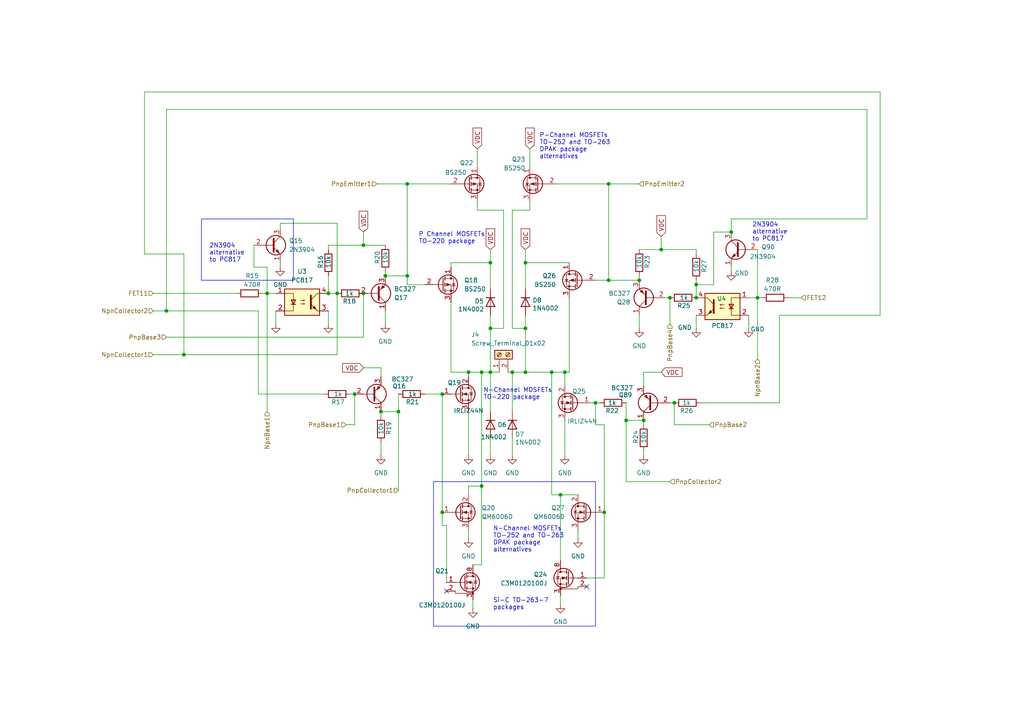
<source format=kicad_sch>
(kicad_sch (version 20250114) (generator "eeschema") (generator_version "9.0")
  (paper "A4")
  (lib_symbols
    (symbol "Connector:Screw_Terminal_01x02" (pin_names (offset 1.016) (hide yes))
      (property "Reference" "J" (at 0 2.54 0))
      (property "Value" "Screw_Terminal_01x02" (at 0 -5.08 0))
      (symbol "Screw_Terminal_01x02_1_1"
        (rectangle (start -1.27 1.27) (end 1.27 -3.81) (stroke (width 0.254)) (fill (type background)))
        (polyline (pts (xy -0.5334 0.3302) (xy 0.3302 -0.508)) (stroke (width 0.1524)))
        (polyline (pts (xy -0.5334 -2.2098) (xy 0.3302 -3.048)) (stroke (width 0.1524)))
        (polyline (pts (xy -0.3556 0.508) (xy 0.508 -0.3302)) (stroke (width 0.1524)))
        (polyline (pts (xy -0.3556 -2.032) (xy 0.508 -2.8702)) (stroke (width 0.1524)))
        (circle (center 0 0) (radius 0.635) (stroke (width 0.1524)))
        (circle (center 0 -2.54) (radius 0.635) (stroke (width 0.1524)))
        (pin passive line (at -5.08 0 0) (length 3.81) (name "Pin_1") (number "1"))
        (pin passive line (at -5.08 -2.54 0) (length 3.81) (name "Pin_2") (number "2"))
      )
    )
    (symbol "Device:R" (pin_numbers (hide yes)) (pin_names (offset 0))
      (property "Reference" "R" (at 2.032 0 90))
      (property "Value" "R" (at 0 0 90))
      (symbol "R_0_1"
        (rectangle (start -1.016 -2.54) (end 1.016 2.54) (stroke (width 0.254)))
      )
      (symbol "R_1_1"
        (pin passive line (at 0 3.81 270) (length 1.27) (name "~") (number "1"))
        (pin passive line (at 0 -3.81 90) (length 1.27) (name "~") (number "2"))
      )
    )
    (symbol "Diode:1N4002" (pin_numbers (hide yes)) (pin_names (hide yes))
      (property "Reference" "D" (at 0 2.54 0))
      (property "Value" "1N4002" (at 0 -2.54 0))
      (symbol "1N4002_0_1"
        (polyline (pts (xy -1.27 1.27) (xy -1.27 -1.27)) (stroke (width 0.254)))
        (polyline (pts (xy 1.27 1.27) (xy 1.27 -1.27) (xy -1.27 0) (xy 1.27 1.27)) (stroke (width 0.254)))
        (polyline (pts (xy 1.27 0) (xy -1.27 0)))
      )
      (symbol "1N4002_1_1"
        (pin passive line (at -3.81 0 0) (length 2.54) (name "K") (number "1"))
        (pin passive line (at 3.81 0 180) (length 2.54) (name "A") (number "2"))
      )
    )
    (symbol "Isolator:PC817" (pin_names (offset 1.016))
      (property "Reference" "U" (at -5.08 5.08 0))
      (property "Value" "PC817" (at 0 5.08 0))
      (symbol "PC817_0_1"
        (rectangle (start -5.08 3.81) (end 5.08 -3.81) (stroke (width 0.254)) (fill (type background)))
        (polyline (pts (xy -5.08 2.54) (xy -2.54 2.54) (xy -2.54 -0.635)))
        (polyline (pts (xy -3.175 -0.635) (xy -1.905 -0.635)) (stroke (width 0.254)))
        (polyline (pts (xy -2.54 -0.635) (xy -2.54 -2.54) (xy -5.08 -2.54)))
        (polyline (pts (xy -2.54 -0.635) (xy -3.175 0.635) (xy -1.905 0.635) (xy -2.54 -0.635)) (stroke (width 0.254)))
        (polyline (pts (xy -0.508 0.508) (xy 0.762 0.508) (xy 0.381 0.381) (xy 0.381 0.635) (xy 0.762 0.508)))
        (polyline (pts (xy -0.508 -0.508) (xy 0.762 -0.508) (xy 0.381 -0.635) (xy 0.381 -0.381) (xy 0.762 -0.508)))
        (polyline (pts (xy 2.54 1.905) (xy 2.54 -1.905) (xy 2.54 -1.905)) (stroke (width 0.508)))
        (polyline (pts (xy 2.54 0.635) (xy 4.445 2.54)))
        (polyline (pts (xy 3.048 -1.651) (xy 3.556 -1.143) (xy 4.064 -2.159) (xy 3.048 -1.651) (xy 3.048 -1.651)) (fill (type outline)))
        (polyline (pts (xy 4.445 2.54) (xy 5.08 2.54)))
        (polyline (pts (xy 4.445 -2.54) (xy 2.54 -0.635)) (fill (type outline)))
        (polyline (pts (xy 4.445 -2.54) (xy 5.08 -2.54)))
      )
      (symbol "PC817_1_1"
        (pin passive line (at -7.62 2.54 0) (length 2.54) (name "~") (number "1"))
        (pin passive line (at -7.62 -2.54 0) (length 2.54) (name "~") (number "2"))
        (pin passive line (at 7.62 2.54 180) (length 2.54) (name "~") (number "4"))
        (pin passive line (at 7.62 -2.54 180) (length 2.54) (name "~") (number "3"))
      )
    )
    (symbol "Transistor_BJT:2N3904" (pin_names (offset 0) (hide yes))
      (property "Reference" "Q" (at 5.08 1.905 0))
      (property "Value" "2N3904" (at 5.08 0 0))
      (symbol "2N3904_0_1"
        (polyline (pts (xy -2.54 0) (xy 0.635 0)))
        (polyline (pts (xy 0.635 1.905) (xy 0.635 -1.905)) (stroke (width 0.508)))
        (circle (center 1.27 0) (radius 2.8194) (stroke (width 0.254)))
      )
      (symbol "2N3904_1_1"
        (polyline (pts (xy 0.635 0.635) (xy 2.54 2.54)))
        (polyline (pts (xy 0.635 -0.635) (xy 2.54 -2.54)))
        (polyline (pts (xy 1.27 -1.778) (xy 1.778 -1.27) (xy 2.286 -2.286) (xy 1.27 -1.778)) (fill (type outline)))
        (pin input line (at -5.08 0 0) (length 2.54) (name "B") (number "2"))
        (pin passive line (at 2.54 5.08 270) (length 2.54) (name "C") (number "3"))
        (pin passive line (at 2.54 -5.08 90) (length 2.54) (name "E") (number "1"))
      )
    )
    (symbol "Transistor_BJT:BC327" (pin_names (offset 0) (hide yes))
      (property "Reference" "Q" (at 5.08 1.905 0))
      (property "Value" "BC327" (at 5.08 0 0))
      (symbol "BC327_0_1"
        (polyline (pts (xy -2.54 0) (xy 0.635 0)))
        (polyline (pts (xy 0.635 1.905) (xy 0.635 -1.905)) (stroke (width 0.508)))
        (polyline (pts (xy 0.635 0.635) (xy 2.54 2.54)))
        (polyline (pts (xy 0.635 -0.635) (xy 2.54 -2.54)))
        (circle (center 1.27 0) (radius 2.8194) (stroke (width 0.254)))
        (polyline (pts (xy 2.286 -1.778) (xy 1.778 -2.286) (xy 1.27 -1.27) (xy 2.286 -1.778)) (fill (type outline)))
      )
      (symbol "BC327_1_1"
        (pin input line (at -5.08 0 0) (length 2.54) (name "B") (number "2"))
        (pin passive line (at 2.54 5.08 270) (length 2.54) (name "C") (number "1"))
        (pin passive line (at 2.54 -5.08 90) (length 2.54) (name "E") (number "3"))
      )
    )
    (symbol "Transistor_FET:BS250" (pin_names (hide yes))
      (property "Reference" "Q" (at 5.08 1.905 0))
      (property "Value" "BS250" (at 5.08 0 0))
      (symbol "BS250_0_1"
        (polyline (pts (xy 0.254 1.905) (xy 0.254 -1.905)) (stroke (width 0.254)))
        (polyline (pts (xy 0.254 0) (xy -2.54 0)))
        (polyline (pts (xy 0.762 2.286) (xy 0.762 1.27)) (stroke (width 0.254)))
        (polyline (pts (xy 0.762 1.778) (xy 3.302 1.778) (xy 3.302 -1.778) (xy 0.762 -1.778)))
        (polyline (pts (xy 0.762 0.508) (xy 0.762 -0.508)) (stroke (width 0.254)))
        (polyline (pts (xy 0.762 -1.27) (xy 0.762 -2.286)) (stroke (width 0.254)))
        (circle (center 1.651 0) (radius 2.794) (stroke (width 0.254)))
        (polyline (pts (xy 2.286 0) (xy 1.27 0.381) (xy 1.27 -0.381) (xy 2.286 0)) (fill (type outline)))
        (polyline (pts (xy 2.54 2.54) (xy 2.54 1.778)))
        (circle (center 2.54 1.778) (radius 0.254) (fill (type outline)))
        (circle (center 2.54 -1.778) (radius 0.254) (fill (type outline)))
        (polyline (pts (xy 2.54 -2.54) (xy 2.54 0) (xy 0.762 0)))
        (polyline (pts (xy 2.794 -0.508) (xy 2.921 -0.381) (xy 3.683 -0.381) (xy 3.81 -0.254)))
        (polyline (pts (xy 3.302 -0.381) (xy 2.921 0.254) (xy 3.683 0.254) (xy 3.302 -0.381)))
      )
      (symbol "BS250_1_1"
        (pin input line (at -5.08 0 0) (length 2.54) (name "G") (number "2"))
        (pin passive line (at 2.54 5.08 270) (length 2.54) (name "D") (number "1"))
        (pin passive line (at 2.54 -5.08 90) (length 2.54) (name "S") (number "3"))
      )
    )
    (symbol "Transistor_FET:C3M0120100J" (pin_names (hide yes))
      (property "Reference" "Q" (at 5.08 1.905 0))
      (property "Value" "C3M0120100J" (at 5.08 0 0))
      (symbol "C3M0120100J_0_1"
        (polyline (pts (xy -2.54 -2.54) (xy -2.54 -3.175) (xy 2.54 -3.175)))
        (polyline (pts (xy 0.254 1.905) (xy 0.254 -1.905)) (stroke (width 0.254)))
        (polyline (pts (xy 0.254 0) (xy -2.54 0)))
        (polyline (pts (xy 0.762 2.286) (xy 0.762 1.27)) (stroke (width 0.254)))
        (polyline (pts (xy 0.762 0.508) (xy 0.762 -0.508)) (stroke (width 0.254)))
        (polyline (pts (xy 0.762 -1.27) (xy 0.762 -2.286)) (stroke (width 0.254)))
        (polyline (pts (xy 0.762 -1.778) (xy 3.302 -1.778) (xy 3.302 1.778) (xy 0.762 1.778)))
        (polyline (pts (xy 1.016 0) (xy 2.032 0.381) (xy 2.032 -0.381) (xy 1.016 0)) (fill (type outline)))
        (circle (center 1.651 0) (radius 2.794) (stroke (width 0.254)))
        (polyline (pts (xy 2.54 2.54) (xy 2.54 1.778)))
        (circle (center 2.54 1.778) (radius 0.254) (fill (type outline)))
        (circle (center 2.54 -1.778) (radius 0.254) (fill (type outline)))
        (polyline (pts (xy 2.54 -2.54) (xy 2.54 0) (xy 0.762 0)))
        (circle (center 2.54 -3.175) (radius 0.2794) (fill (type outline)))
        (polyline (pts (xy 2.794 0.508) (xy 2.921 0.381) (xy 3.683 0.381) (xy 3.81 0.254)))
        (polyline (pts (xy 3.302 0.381) (xy 2.921 -0.254) (xy 3.683 -0.254) (xy 3.302 0.381)))
      )
      (symbol "C3M0120100J_1_1"
        (pin input line (at -5.08 0 0) (length 2.54) (name "G") (number "1"))
        (pin passive line (at -5.08 -2.54 0) (length 2.54) (name "DS") (number "2"))
        (pin passive line (at 2.54 5.08 270) (length 2.54) (name "D") (number "8"))
        (pin passive line (at 2.54 -5.08 90) (length 2.54) (name "S") (number "3"))
        (pin passive line (at 2.54 -5.08 90) (length 2.54) (hide yes) (name "S") (number "4"))
        (pin passive line (at 2.54 -5.08 90) (length 2.54) (hide yes) (name "S") (number "5"))
        (pin passive line (at 2.54 -5.08 90) (length 2.54) (hide yes) (name "S") (number "6"))
        (pin passive line (at 2.54 -5.08 90) (length 2.54) (hide yes) (name "S") (number "7"))
      )
    )
    (symbol "Transistor_FET:IRLIZ44N" (pin_names (hide yes))
      (property "Reference" "Q" (at 5.08 1.905 0))
      (property "Value" "IRLIZ44N" (at 5.08 0 0))
      (symbol "IRLIZ44N_0_1"
        (polyline (pts (xy 0.254 1.905) (xy 0.254 -1.905)) (stroke (width 0.254)))
        (polyline (pts (xy 0.254 0) (xy -2.54 0)))
        (polyline (pts (xy 0.762 2.286) (xy 0.762 1.27)) (stroke (width 0.254)))
        (polyline (pts (xy 0.762 0.508) (xy 0.762 -0.508)) (stroke (width 0.254)))
        (polyline (pts (xy 0.762 -1.27) (xy 0.762 -2.286)) (stroke (width 0.254)))
        (polyline (pts (xy 0.762 -1.778) (xy 3.302 -1.778) (xy 3.302 1.778) (xy 0.762 1.778)))
        (polyline (pts (xy 1.016 0) (xy 2.032 0.381) (xy 2.032 -0.381) (xy 1.016 0)) (fill (type outline)))
        (circle (center 1.651 0) (radius 2.794) (stroke (width 0.254)))
        (polyline (pts (xy 2.54 2.54) (xy 2.54 1.778)))
        (circle (center 2.54 1.778) (radius 0.254) (fill (type outline)))
        (circle (center 2.54 -1.778) (radius 0.254) (fill (type outline)))
        (polyline (pts (xy 2.54 -2.54) (xy 2.54 0) (xy 0.762 0)))
        (polyline (pts (xy 2.794 0.508) (xy 2.921 0.381) (xy 3.683 0.381) (xy 3.81 0.254)))
        (polyline (pts (xy 3.302 0.381) (xy 2.921 -0.254) (xy 3.683 -0.254) (xy 3.302 0.381)))
      )
      (symbol "IRLIZ44N_1_1"
        (pin input line (at -5.08 0 0) (length 2.54) (name "G") (number "1"))
        (pin passive line (at 2.54 5.08 270) (length 2.54) (name "D") (number "2"))
        (pin passive line (at 2.54 -5.08 90) (length 2.54) (name "S") (number "3"))
      )
    )
    (symbol "Transistor_FET:QM6006D" (pin_names (hide yes))
      (property "Reference" "Q" (at 5.08 1.905 0))
      (property "Value" "QM6006D" (at 5.08 0 0))
      (symbol "QM6006D_0_1"
        (polyline (pts (xy 0.254 1.905) (xy 0.254 -1.905)) (stroke (width 0.254)))
        (polyline (pts (xy 0.254 0) (xy -2.54 0)))
        (polyline (pts (xy 0.762 2.286) (xy 0.762 1.27)) (stroke (width 0.254)))
        (polyline (pts (xy 0.762 0.508) (xy 0.762 -0.508)) (stroke (width 0.254)))
        (polyline (pts (xy 0.762 -1.27) (xy 0.762 -2.286)) (stroke (width 0.254)))
        (polyline (pts (xy 0.762 -1.778) (xy 3.302 -1.778) (xy 3.302 1.778) (xy 0.762 1.778)))
        (polyline (pts (xy 1.016 0) (xy 2.032 0.381) (xy 2.032 -0.381) (xy 1.016 0)) (fill (type outline)))
        (circle (center 1.651 0) (radius 2.794) (stroke (width 0.254)))
        (polyline (pts (xy 2.54 2.54) (xy 2.54 1.778)))
        (circle (center 2.54 1.778) (radius 0.254) (fill (type outline)))
        (circle (center 2.54 -1.778) (radius 0.254) (fill (type outline)))
        (polyline (pts (xy 2.54 -2.54) (xy 2.54 0) (xy 0.762 0)))
        (polyline (pts (xy 2.794 0.508) (xy 2.921 0.381) (xy 3.683 0.381) (xy 3.81 0.254)))
        (polyline (pts (xy 3.302 0.381) (xy 2.921 -0.254) (xy 3.683 -0.254) (xy 3.302 0.381)))
      )
      (symbol "QM6006D_1_1"
        (pin input line (at -5.08 0 0) (length 2.54) (name "G") (number "1"))
        (pin passive line (at 2.54 5.08 270) (length 2.54) (name "D") (number "2"))
        (pin passive line (at 2.54 -5.08 90) (length 2.54) (name "S") (number "3"))
      )
    )
    (symbol "power:GND" (power) (pin_numbers (hide yes)) (pin_names (offset 0) (hide yes))
      (property "Value" "GND" (at 0 -3.81 0))
      (symbol "GND_0_1"
        (polyline (pts (xy 0 0) (xy 0 -1.27) (xy 1.27 -1.27) (xy 0 -2.54) (xy -1.27 -1.27) (xy 0 -1.27)))
      )
      (symbol "GND_1_1"
        (pin power_in line (at 0 0 270) (length 0) (name "~") (number "1"))
      )
    )
  )
  (rectangle (start 125.73 139.7) (end 172.72 181.61))
  (rectangle (start 58.42 63.5) (end 85.09 81.28))
  (text "N-Channel MOSFETs\nTO-220 package" (at 140.208 114.3 0) (effects (font (size 1.27 1.27)) (justify left)))
  (text "2N3904 \nalternative\nto PC817" (at 218.186 67.31 0) (effects (font (size 1.27 1.27)) (justify left)))
  (text "P Channel MOSFETs\nTO-220 package" (at 121.412 69.088 0) (effects (font (size 1.27 1.27)) (justify left)))
  (text "P-Channel MOSFETs\nTO-252 and TO-263\nDPAK package \nalternatives" (at 156.464 42.418 0) (effects (font (size 1.27 1.27)) (justify left)))
  (text "Si-C TO-263-7\npackages" (at 143.002 175.26 0) (effects (font (size 1.27 1.27)) (justify left)))
  (text "N-Channel MOSFETs\nTO-252 and TO-263\nDPAK package \nalternatives" (at 143.002 156.464 0) (effects (font (size 1.27 1.27)) (justify left)))
  (text "2N3904 \nalternative\nto PC817" (at 60.706 73.406 0) (effects (font (size 1.27 1.27)) (justify left)))
  (junction (at 111.76 80.01))
  (junction (at 194.31 86.36))
  (junction (at 53.34 102.87))
  (junction (at 105.41 85.09))
  (junction (at 212.09 67.31))
  (junction (at 118.11 80.01))
  (junction (at 152.4 76.2))
  (junction (at 142.24 107.95))
  (junction (at 95.25 85.09))
  (junction (at 152.4 95.25))
  (junction (at 139.7 140.97))
  (junction (at 118.11 53.34))
  (junction (at 219.71 86.36))
  (junction (at 128.27 148.59))
  (junction (at 148.59 107.95))
  (junction (at 176.53 81.28))
  (junction (at 102.87 114.3))
  (junction (at 128.27 114.3))
  (junction (at 185.42 81.28))
  (junction (at 191.77 72.39))
  (junction (at 77.47 85.09))
  (junction (at 152.4 107.95))
  (junction (at 172.72 116.84))
  (junction (at 110.49 119.38))
  (junction (at 115.57 119.38))
  (junction (at 201.93 82.55))
  (junction (at 105.41 71.12))
  (junction (at 181.61 121.92))
  (junction (at 142.24 76.2))
  (junction (at 186.69 121.92))
  (junction (at 162.56 143.51))
  (junction (at 142.24 95.25))
  (junction (at 139.7 107.95))
  (junction (at 175.26 148.59))
  (junction (at 48.26 90.17))
  (junction (at 163.83 107.95))
  (junction (at 135.89 107.95))
  (junction (at 195.58 116.84))
  (junction (at 97.79 85.09))
  (junction (at 176.53 53.34))
  (junction (at 160.02 107.95))
  (junction (at 201.93 86.36))
  (no_connect (at 129.54 171.45))
  (no_connect (at 170.18 170.18))
  (wire (pts (xy 97.79 102.87) (xy 97.79 85.09)))
  (wire (pts (xy 142.24 76.2) (xy 142.24 83.82)))
  (wire (pts (xy 95.25 71.12) (xy 105.41 71.12)))
  (wire (pts (xy 217.17 91.44) (xy 217.17 95.25)))
  (wire (pts (xy 97.79 64.77) (xy 97.79 85.09)))
  (wire (pts (xy 137.16 173.99) (xy 137.16 176.53)))
  (wire (pts (xy 135.89 153.67) (xy 135.89 156.21)))
  (wire (pts (xy 118.11 82.55) (xy 123.19 82.55)))
  (wire (pts (xy 219.71 104.14) (xy 219.71 86.36)))
  (wire (pts (xy 181.61 116.84) (xy 181.61 121.92)))
  (wire (pts (xy 97.79 85.09) (xy 95.25 85.09)))
  (wire (pts (xy 105.41 106.68) (xy 110.49 106.68)))
  (wire (pts (xy 152.4 91.44) (xy 152.4 95.25)))
  (wire (pts (xy 152.4 76.2) (xy 152.4 83.82)))
  (wire (pts (xy 255.27 91.44) (xy 255.27 26.67)))
  (wire (pts (xy 194.31 116.84) (xy 195.58 116.84)))
  (wire (pts (xy 105.41 97.79) (xy 105.41 85.09)))
  (wire (pts (xy 161.29 53.34) (xy 176.53 53.34)))
  (wire (pts (xy 95.25 72.39) (xy 95.25 71.12)))
  (wire (pts (xy 171.45 116.84) (xy 172.72 116.84)))
  (wire (pts (xy 73.66 71.12) (xy 73.66 77.47)))
  (wire (pts (xy 201.93 91.44) (xy 201.93 95.25)))
  (wire (pts (xy 172.72 116.84) (xy 173.99 116.84)))
  (wire (pts (xy 130.81 76.2) (xy 142.24 76.2)))
  (wire (pts (xy 102.87 114.3) (xy 101.6 114.3)))
  (wire (pts (xy 217.17 86.36) (xy 219.71 86.36)))
  (wire (pts (xy 138.43 60.96) (xy 146.05 60.96)))
  (wire (pts (xy 111.76 90.17) (xy 111.76 93.98)))
  (wire (pts (xy 201.93 81.28) (xy 201.93 82.55)))
  (wire (pts (xy 148.59 95.25) (xy 152.4 95.25)))
  (wire (pts (xy 172.72 81.28) (xy 176.53 81.28)))
  (wire (pts (xy 220.98 86.36) (xy 219.71 86.36)))
  (wire (pts (xy 44.45 85.09) (xy 68.58 85.09)))
  (wire (pts (xy 165.1 107.95) (xy 163.83 107.95)))
  (wire (pts (xy 146.05 95.25) (xy 142.24 95.25)))
  (wire (pts (xy 181.61 139.7) (xy 181.61 121.92)))
  (wire (pts (xy 144.78 107.95) (xy 142.24 107.95)))
  (wire (pts (xy 205.74 123.19) (xy 195.58 123.19)))
  (wire (pts (xy 129.54 152.4) (xy 128.27 152.4)))
  (wire (pts (xy 251.46 31.75) (xy 48.26 31.75)))
  (wire (pts (xy 162.56 143.51) (xy 167.64 143.51)))
  (wire (pts (xy 176.53 53.34) (xy 185.42 53.34)))
  (wire (pts (xy 118.11 82.55) (xy 118.11 80.01)))
  (wire (pts (xy 251.46 63.5) (xy 251.46 31.75)))
  (wire (pts (xy 115.57 119.38) (xy 115.57 142.24)))
  (wire (pts (xy 74.93 114.3) (xy 93.98 114.3)))
  (wire (pts (xy 226.06 91.44) (xy 255.27 91.44)))
  (wire (pts (xy 185.42 80.01) (xy 185.42 81.28)))
  (wire (pts (xy 142.24 127) (xy 142.24 132.08)))
  (wire (pts (xy 128.27 152.4) (xy 128.27 148.59)))
  (wire (pts (xy 175.26 123.19) (xy 172.72 123.19)))
  (wire (pts (xy 226.06 91.44) (xy 226.06 116.84)))
  (wire (pts (xy 118.11 80.01) (xy 111.76 80.01)))
  (wire (pts (xy 105.41 67.31) (xy 105.41 71.12)))
  (wire (pts (xy 110.49 119.38) (xy 110.49 120.65)))
  (wire (pts (xy 137.16 163.83) (xy 139.7 163.83)))
  (wire (pts (xy 195.58 123.19) (xy 195.58 116.84)))
  (wire (pts (xy 102.87 123.19) (xy 102.87 114.3)))
  (wire (pts (xy 167.64 153.67) (xy 167.64 156.21)))
  (wire (pts (xy 148.59 60.96) (xy 148.59 95.25)))
  (wire (pts (xy 162.56 172.72) (xy 162.56 175.26)))
  (wire (pts (xy 148.59 107.95) (xy 148.59 119.38)))
  (wire (pts (xy 191.77 107.95) (xy 186.69 107.95)))
  (wire (pts (xy 191.77 68.58) (xy 191.77 72.39)))
  (wire (pts (xy 160.02 143.51) (xy 162.56 143.51)))
  (wire (pts (xy 135.89 119.38) (xy 135.89 132.08)))
  (wire (pts (xy 186.69 130.81) (xy 186.69 132.08)))
  (wire (pts (xy 129.54 168.91) (xy 129.54 152.4)))
  (wire (pts (xy 135.89 140.97) (xy 139.7 140.97)))
  (wire (pts (xy 163.83 107.95) (xy 160.02 107.95)))
  (wire (pts (xy 163.83 111.76) (xy 163.83 107.95)))
  (wire (pts (xy 105.41 85.09) (xy 104.14 85.09)))
  (wire (pts (xy 80.01 90.17) (xy 80.01 93.98)))
  (wire (pts (xy 130.81 107.95) (xy 135.89 107.95)))
  (wire (pts (xy 139.7 140.97) (xy 139.7 107.95)))
  (wire (pts (xy 95.25 90.17) (xy 95.25 93.98)))
  (wire (pts (xy 110.49 106.68) (xy 110.49 109.22)))
  (wire (pts (xy 191.77 72.39) (xy 185.42 72.39)))
  (wire (pts (xy 123.19 114.3) (xy 128.27 114.3)))
  (wire (pts (xy 165.1 86.36) (xy 165.1 107.95)))
  (wire (pts (xy 81.28 64.77) (xy 81.28 66.04)))
  (wire (pts (xy 185.42 91.44) (xy 185.42 95.25)))
  (wire (pts (xy 148.59 107.95) (xy 152.4 107.95)))
  (wire (pts (xy 142.24 95.25) (xy 142.24 107.95)))
  (wire (pts (xy 207.01 82.55) (xy 207.01 67.31)))
  (wire (pts (xy 138.43 43.18) (xy 138.43 48.26)))
  (wire (pts (xy 139.7 140.97) (xy 139.7 163.83)))
  (wire (pts (xy 163.83 121.92) (xy 163.83 132.08)))
  (wire (pts (xy 76.2 85.09) (xy 77.47 85.09)))
  (wire (pts (xy 160.02 107.95) (xy 152.4 107.95)))
  (wire (pts (xy 152.4 76.2) (xy 165.1 76.2)))
  (wire (pts (xy 186.69 107.95) (xy 186.69 111.76)))
  (wire (pts (xy 41.91 73.66) (xy 53.34 73.66)))
  (wire (pts (xy 201.93 82.55) (xy 207.01 82.55)))
  (wire (pts (xy 146.05 60.96) (xy 146.05 95.25)))
  (wire (pts (xy 170.18 167.64) (xy 175.26 167.64)))
  (wire (pts (xy 181.61 121.92) (xy 186.69 121.92)))
  (wire (pts (xy 105.41 71.12) (xy 111.76 71.12)))
  (wire (pts (xy 201.93 73.66) (xy 201.93 72.39)))
  (wire (pts (xy 77.47 77.47) (xy 77.47 85.09)))
  (wire (pts (xy 41.91 26.67) (xy 41.91 73.66)))
  (wire (pts (xy 74.93 90.17) (xy 48.26 90.17)))
  (wire (pts (xy 142.24 72.39) (xy 142.24 76.2)))
  (wire (pts (xy 153.67 43.18) (xy 153.67 48.26)))
  (wire (pts (xy 77.47 85.09) (xy 77.47 119.38)))
  (wire (pts (xy 77.47 85.09) (xy 80.01 85.09)))
  (wire (pts (xy 135.89 143.51) (xy 135.89 140.97)))
  (wire (pts (xy 212.09 78.74) (xy 212.09 77.47)))
  (wire (pts (xy 194.31 86.36) (xy 193.04 86.36)))
  (wire (pts (xy 142.24 107.95) (xy 139.7 107.95)))
  (wire (pts (xy 186.69 121.92) (xy 186.69 123.19)))
  (wire (pts (xy 172.72 123.19) (xy 172.72 116.84)))
  (wire (pts (xy 207.01 67.31) (xy 212.09 67.31)))
  (wire (pts (xy 175.26 167.64) (xy 175.26 148.59)))
  (wire (pts (xy 201.93 82.55) (xy 201.93 86.36)))
  (wire (pts (xy 53.34 102.87) (xy 97.79 102.87)))
  (wire (pts (xy 212.09 63.5) (xy 251.46 63.5)))
  (wire (pts (xy 148.59 107.95) (xy 147.32 107.95)))
  (wire (pts (xy 152.4 95.25) (xy 152.4 107.95)))
  (wire (pts (xy 175.26 148.59) (xy 175.26 123.19)))
  (wire (pts (xy 48.26 90.17) (xy 44.45 90.17)))
  (wire (pts (xy 139.7 107.95) (xy 135.89 107.95)))
  (wire (pts (xy 73.66 77.47) (xy 77.47 77.47)))
  (wire (pts (xy 118.11 53.34) (xy 118.11 80.01)))
  (wire (pts (xy 153.67 60.96) (xy 153.67 58.42)))
  (wire (pts (xy 110.49 128.27) (xy 110.49 132.08)))
  (wire (pts (xy 142.24 107.95) (xy 142.24 119.38)))
  (wire (pts (xy 44.45 102.87) (xy 53.34 102.87)))
  (wire (pts (xy 115.57 114.3) (xy 115.57 119.38)))
  (wire (pts (xy 81.28 64.77) (xy 97.79 64.77)))
  (wire (pts (xy 109.22 53.34) (xy 118.11 53.34)))
  (wire (pts (xy 128.27 114.3) (xy 128.27 148.59)))
  (wire (pts (xy 176.53 81.28) (xy 185.42 81.28)))
  (wire (pts (xy 95.25 80.01) (xy 95.25 85.09)))
  (wire (pts (xy 53.34 73.66) (xy 53.34 102.87)))
  (wire (pts (xy 110.49 119.38) (xy 115.57 119.38)))
  (wire (pts (xy 219.71 72.39) (xy 219.71 86.36)))
  (wire (pts (xy 138.43 58.42) (xy 138.43 60.96)))
  (wire (pts (xy 130.81 76.2) (xy 130.81 77.47)))
  (wire (pts (xy 160.02 107.95) (xy 160.02 143.51)))
  (wire (pts (xy 74.93 90.17) (xy 74.93 114.3)))
  (wire (pts (xy 194.31 139.7) (xy 181.61 139.7)))
  (wire (pts (xy 152.4 72.39) (xy 152.4 76.2)))
  (wire (pts (xy 162.56 162.56) (xy 162.56 143.51)))
  (wire (pts (xy 201.93 72.39) (xy 191.77 72.39)))
  (wire (pts (xy 81.28 76.2) (xy 81.28 77.47)))
  (wire (pts (xy 48.26 97.79) (xy 105.41 97.79)))
  (wire (pts (xy 228.6 86.36) (xy 232.41 86.36)))
  (wire (pts (xy 48.26 31.75) (xy 48.26 90.17)))
  (wire (pts (xy 111.76 78.74) (xy 111.76 80.01)))
  (wire (pts (xy 255.27 26.67) (xy 41.91 26.67)))
  (wire (pts (xy 226.06 116.84) (xy 203.2 116.84)))
  (wire (pts (xy 148.59 127) (xy 148.59 132.08)))
  (wire (pts (xy 130.81 87.63) (xy 130.81 107.95)))
  (wire (pts (xy 135.89 107.95) (xy 135.89 109.22)))
  (wire (pts (xy 100.33 123.19) (xy 102.87 123.19)))
  (wire (pts (xy 176.53 53.34) (xy 176.53 81.28)))
  (wire (pts (xy 194.31 93.98) (xy 194.31 86.36)))
  (wire (pts (xy 142.24 91.44) (xy 142.24 95.25)))
  (wire (pts (xy 212.09 63.5) (xy 212.09 67.31)))
  (wire (pts (xy 153.67 60.96) (xy 148.59 60.96)))
  (wire (pts (xy 118.11 53.34) (xy 130.81 53.34)))
  (global_label "VDC" (shape input) (at 153.67 43.18 90) (property "Intersheetrefs" "${INTERSHEET_REFS}" (effects (hide yes))))
  (global_label "VDC" (shape input) (at 142.24 72.39 90) (property "Intersheetrefs" "${INTERSHEET_REFS}" (effects (hide yes))))
  (global_label "VDC" (shape input) (at 152.4 72.39 90) (property "Intersheetrefs" "${INTERSHEET_REFS}" (effects (hide yes))))
  (global_label "VDC" (shape input) (at 105.41 106.68 180) (property "Intersheetrefs" "${INTERSHEET_REFS}" (effects (hide yes))))
  (global_label "VDC" (shape input) (at 138.43 43.18 90) (property "Intersheetrefs" "${INTERSHEET_REFS}" (effects (hide yes))))
  (global_label "VDC" (shape input) (at 191.77 68.58 90) (property "Intersheetrefs" "${INTERSHEET_REFS}" (effects (hide yes))))
  (global_label "VDC" (shape input) (at 191.77 107.95 0) (property "Intersheetrefs" "${INTERSHEET_REFS}" (effects (hide yes))))
  (global_label "VDC" (shape input) (at 105.41 67.31 90) (property "Intersheetrefs" "${INTERSHEET_REFS}" (effects (hide yes))))
  (hierarchical_label "PnpBase3" (shape input) (at 48.26 97.79 180))
  (hierarchical_label "PnpBase4" (shape input) (at 194.31 93.98 270))
  (hierarchical_label "PnpEmitter1" (shape input) (at 109.22 53.34 180))
  (hierarchical_label "NpnBase1" (shape input) (at 77.47 119.38 270))
  (hierarchical_label "PnpEmitter2" (shape input) (at 185.42 53.34 0))
  (hierarchical_label "PnpBase1" (shape input) (at 100.33 123.19 180))
  (hierarchical_label "NpnCollector1" (shape input) (at 44.45 102.87 180))
  (hierarchical_label "PnpBase2" (shape input) (at 205.74 123.19 0))
  (hierarchical_label "PnpCollector2" (shape input) (at 194.31 139.7 0))
  (hierarchical_label "NpnCollector2" (shape input) (at 44.45 90.17 180))
  (hierarchical_label "FET12" (shape input) (at 232.41 86.36 0))
  (hierarchical_label "FET11" (shape input) (at 44.45 85.09 180) (property "Netclass" "Default" (effects (hide yes))))
  (hierarchical_label "NpnBase2" (shape input) (at 219.71 104.14 270))
  (hierarchical_label "PnpCollector1" (shape input) (at 115.57 142.24 180))
  (symbol (lib_id "Transistor_FET:IRLIZ44N") (at 166.37 116.84 0) (mirror y) (unit 1)
    (property "Reference" "Q25" (at 169.926 113.538 0) (effects (justify left)))
    (property "Value" "IRLIZ44N" (at 173.228 122.174 0) (effects (justify left)))
    (property "Footprint" "Footprints:TO-220-3_EXTENDED" (effects (hide yes)))
    (property "Datasheet" "http://www.irf.com/product-info/datasheets/data/irliz44n.pdf" (effects (hide yes)))
    (property "Description" "30A Id, 55V Vds, 22mOhm Rds, N-Channel HEXFET Power MOSFET, TO-220AB" (effects (hide yes)))
  )
  (symbol (lib_id "Transistor_FET:QM6006D") (at 133.35 148.59 0) (unit 1)
    (property "Reference" "Q20" (at 139.7 147.3199 0) (effects (justify left)))
    (property "Value" "QM6006D" (at 139.7 149.8599 0) (effects (justify left)))
    (property "Footprint" "Footprints:TO-263-2_Extended" (effects (hide yes)))
    (property "Datasheet" "http://www.jaolen.com/images/pdf/QM6006D.pdf" (effects (hide yes)))
    (property "Description" "35A Id, 60V Vds, N-Channel Power MOSFET, 18mOhm Ron, 19.3nC Qg (typ), TO252" (effects (hide yes)))
  )
  (symbol (lib_id "power:GND") (at 167.64 156.21 0) (unit 1)
    (property "Reference" "#PWR032" (effects (hide yes)))
    (property "Value" "GND" (at 167.64 161.29 0))
    (property "Description" "Power symbol creates a global label with name \"GND\" , ground" (effects (hide yes)))
  )
  (symbol (lib_id "power:GND") (at 135.89 132.08 0) (unit 1)
    (property "Reference" "#PWR025" (effects (hide yes)))
    (property "Value" "GND" (at 135.89 137.16 0))
    (property "Description" "Power symbol creates a global label with name \"GND\" , ground" (effects (hide yes)))
  )
  (symbol (lib_id "Transistor_FET:C3M0120100J") (at 165.1 167.64 0) (mirror y) (unit 1)
    (property "Reference" "Q24" (at 158.75 166.6366 0) (effects (justify left)))
    (property "Value" "C3M0120100J" (at 158.75 169.1766 0) (effects (justify left)))
    (property "Footprint" "Footprints:TO-263-7_TabPin8" (effects (hide yes)))
    (property "Datasheet" "https://www.wolfspeed.com/media/downloads/957/C3M0120100J.pdf" (effects (hide yes)))
    (property "Description" "22A Id, 1000V Vds, 120mOhm, N-Channel SiC MOSFET, TO-263-7" (effects (hide yes)))
  )
  (symbol (lib_id "Transistor_BJT:2N3904") (at 78.74 71.12 0) (unit 1)
    (property "Reference" "Q15" (at 83.82 69.8499 0) (effects (justify left)))
    (property "Value" "2N3904" (at 83.82 72.3899 0) (effects (justify left)))
    (property "Footprint" "Footprints:TO-92_Expanded" (effects (hide yes)))
    (property "Datasheet" "https://www.onsemi.com/pub/Collateral/2N3903-D.PDF" (effects (hide yes)))
    (property "Description" "0.2A Ic, 40V Vce, Small Signal NPN Transistor, TO-92" (effects (hide yes)))
  )
  (symbol (lib_id "Device:R") (at 201.93 77.47 0) (mirror x) (unit 1)
    (property "Reference" "R27" (at 204.216 77.216 90))
    (property "Value" "10k" (at 201.93 77.216 90))
    (property "Footprint" "Footprints:R_Axial_Clean" (effects (hide yes)))
    (property "Description" "Resistor" (effects (hide yes)))
  )
  (symbol (lib_id "Device:R") (at 177.8 116.84 270) (unit 1)
    (property "Reference" "R22" (at 177.546 119.126 90))
    (property "Value" "1k" (at 177.546 116.84 90))
    (property "Footprint" "Footprints:R_Axial_Clean" (effects (hide yes)))
    (property "Description" "Resistor" (effects (hide yes)))
  )
  (symbol (lib_id "Isolator:PC817") (at 87.63 87.63 0) (unit 1)
    (property "Reference" "U3" (at 87.63 78.74 0))
    (property "Value" "PC817" (at 87.63 81.28 0))
    (property "Footprint" "Footprints:DIP-4_W7.62mm" (effects (hide yes)))
    (property "Datasheet" "http://www.soselectronic.cz/a_info/resource/d/pc817.pdf" (effects (hide yes)))
    (property "Description" "DC Optocoupler, Vce 35V, CTR 50-300%, DIP-4" (effects (hide yes)))
  )
  (symbol (lib_id "Transistor_BJT:BC327") (at 107.95 114.3 0) (mirror x) (unit 1)
    (property "Reference" "Q16" (at 113.792 112.014 0) (effects (justify left)))
    (property "Value" "BC327" (at 113.538 109.982 0) (effects (justify left)))
    (property "Footprint" "Footprints:TO-92_Expanded" (effects (hide yes)))
    (property "Datasheet" "http://www.onsemi.com/pub_link/Collateral/BC327-D.PDF" (effects (hide yes)))
    (property "Description" "0.8A Ic, 45V Vce, PNP Transistor, TO-92" (effects (hide yes)))
  )
  (symbol (lib_id "power:GND") (at 95.25 93.98 0) (unit 1)
    (property "Reference" "#PWR022" (effects (hide yes)))
    (property "Value" "GND" (effects (hide yes)))
    (property "Description" "Power symbol creates a global label with name \"GND\" , ground" (effects (hide yes)))
  )
  (symbol (lib_id "Device:R") (at 198.12 86.36 90) (mirror x) (unit 1)
    (property "Reference" "R25" (at 198.374 88.646 90))
    (property "Value" "1k" (at 198.374 86.36 90))
    (property "Footprint" "Footprints:R_Axial_Clean" (effects (hide yes)))
    (property "Description" "Resistor" (effects (hide yes)))
  )
  (symbol (lib_id "Device:R") (at 119.38 114.3 90) (mirror x) (unit 1)
    (property "Reference" "R21" (at 119.634 116.586 90))
    (property "Value" "1k" (at 119.634 114.3 90))
    (property "Footprint" "Footprints:R_Axial_Clean" (effects (hide yes)))
    (property "Description" "Resistor" (effects (hide yes)))
  )
  (symbol (lib_id "Transistor_FET:QM6006D") (at 170.18 148.59 0) (mirror y) (unit 1)
    (property "Reference" "Q27" (at 163.83 147.3199 0) (effects (justify left)))
    (property "Value" "QM6006D" (at 163.83 149.8599 0) (effects (justify left)))
    (property "Footprint" "Footprints:TO-263-2_Extended" (effects (hide yes)))
    (property "Datasheet" "http://www.jaolen.com/images/pdf/QM6006D.pdf" (effects (hide yes)))
    (property "Description" "35A Id, 60V Vds, N-Channel Power MOSFET, 18mOhm Ron, 19.3nC Qg (typ), TO252" (effects (hide yes)))
  )
  (symbol (lib_id "Transistor_FET:BS250") (at 156.21 53.34 0) (mirror y) (unit 1)
    (property "Reference" "Q23" (at 152.4 46.228 0) (effects (justify left)))
    (property "Value" "BS250" (at 152.4 48.768 0) (effects (justify left)))
    (property "Footprint" "Footprints:TO-263-2_Extended" (effects (hide yes)))
    (property "Datasheet" "http://www.vishay.com/docs/70209/70209.pdf" (effects (hide yes)))
    (property "Description" "-0.18A Id, -45V Vds, P-Channel MOSFET, TO-92" (effects (hide yes)))
  )
  (symbol (lib_id "Transistor_FET:BS250") (at 167.64 81.28 0) (mirror y) (unit 1)
    (property "Reference" "Q26" (at 161.29 80.0099 0) (effects (justify left)))
    (property "Value" "BS250" (at 161.29 82.5499 0) (effects (justify left)))
    (property "Footprint" "Footprints:TO-220-3_EXTENDED" (effects (hide yes)))
    (property "Datasheet" "http://www.vishay.com/docs/70209/70209.pdf" (effects (hide yes)))
    (property "Description" "-0.18A Id, -45V Vds, P-Channel MOSFET, TO-92" (effects (hide yes)))
  )
  (symbol (lib_id "power:GND") (at 185.42 95.25 0) (mirror y) (unit 1)
    (property "Reference" "#PWR033" (effects (hide yes)))
    (property "Value" "GND" (at 185.42 100.33 0))
    (property "Description" "Power symbol creates a global label with name \"GND\" , ground" (effects (hide yes)))
  )
  (symbol (lib_id "power:GND") (at 137.16 176.53 0) (unit 1)
    (property "Reference" "#PWR027" (effects (hide yes)))
    (property "Value" "GND" (at 137.16 181.61 0))
    (property "Description" "Power symbol creates a global label with name \"GND\" , ground" (effects (hide yes)))
  )
  (symbol (lib_id "Diode:1N4002") (at 152.4 87.63 270) (unit 1)
    (property "Reference" "D8" (at 154.432 87.122 90) (effects (justify left)))
    (property "Value" "1N4002" (at 154.432 89.408 90) (effects (justify left)))
    (property "Footprint" "Footprints:D_DO-41_SOD81_P10.16mm_Horizontal" (effects (hide yes)))
    (property "Datasheet" "http://www.vishay.com/docs/88503/1n4001.pdf" (effects (hide yes)))
    (property "Description" "100V 1A General Purpose Rectifier Diode, DO-41" (effects (hide yes)))
    (property "Sim.Device" "D" (effects (hide yes)))
    (property "Sim.Pins" "1=K 2=A" (effects (hide yes)))
  )
  (symbol (lib_id "Transistor_FET:BS250") (at 128.27 82.55 0) (unit 1)
    (property "Reference" "Q18" (at 134.62 81.2799 0) (effects (justify left)))
    (property "Value" "BS250" (at 134.62 83.8199 0) (effects (justify left)))
    (property "Footprint" "Footprints:TO-220-3_EXTENDED" (effects (hide yes)))
    (property "Datasheet" "http://www.vishay.com/docs/70209/70209.pdf" (effects (hide yes)))
    (property "Description" "-0.18A Id, -45V Vds, P-Channel MOSFET, TO-92" (effects (hide yes)))
  )
  (symbol (lib_id "Device:R") (at 185.42 76.2 0) (mirror x) (unit 1)
    (property "Reference" "R23" (at 187.706 75.946 90))
    (property "Value" "10k" (at 185.42 75.946 90))
    (property "Footprint" "Footprints:R_Axial_Clean" (effects (hide yes)))
    (property "Description" "Resistor" (effects (hide yes)))
  )
  (symbol (lib_id "Transistor_FET:C3M0120100J") (at 134.62 168.91 0) (unit 1)
    (property "Reference" "Q21" (at 126.238 165.608 0) (effects (justify left)))
    (property "Value" "C3M0120100J" (at 121.412 175.514 0) (effects (justify left)))
    (property "Footprint" "Footprints:TO-263-7_TabPin8" (effects (hide yes)))
    (property "Datasheet" "https://www.wolfspeed.com/media/downloads/957/C3M0120100J.pdf" (effects (hide yes)))
    (property "Description" "22A Id, 1000V Vds, 120mOhm, N-Channel SiC MOSFET, TO-263-7" (effects (hide yes)))
  )
  (symbol (lib_id "Diode:1N4002") (at 148.59 123.19 270) (unit 1)
    (property "Reference" "D7" (at 149.352 125.984 90) (effects (justify left)))
    (property "Value" "1N4002" (at 149.352 128.27 90) (effects (justify left)))
    (property "Footprint" "Footprints:D_DO-41_SOD81_P10.16mm_Horizontal" (effects (hide yes)))
    (property "Datasheet" "http://www.vishay.com/docs/88503/1n4001.pdf" (effects (hide yes)))
    (property "Description" "100V 1A General Purpose Rectifier Diode, DO-41" (effects (hide yes)))
    (property "Sim.Device" "D" (effects (hide yes)))
    (property "Sim.Pins" "1=K 2=A" (effects (hide yes)))
  )
  (symbol (lib_id "power:GND") (at 135.89 156.21 0) (unit 1)
    (property "Reference" "#PWR026" (effects (hide yes)))
    (property "Value" "GND" (at 135.89 161.29 0))
    (property "Description" "Power symbol creates a global label with name \"GND\" , ground" (effects (hide yes)))
  )
  (symbol (lib_id "Transistor_FET:IRLIZ44N") (at 133.35 114.3 0) (unit 1)
    (property "Reference" "Q19" (at 129.794 110.998 0) (effects (justify left)))
    (property "Value" "IRLIZ44N" (at 131.572 119.126 0) (effects (justify left)))
    (property "Footprint" "Footprints:TO-220-3_EXTENDED" (effects (hide yes)))
    (property "Datasheet" "http://www.irf.com/product-info/datasheets/data/irliz44n.pdf" (effects (hide yes)))
    (property "Description" "30A Id, 55V Vds, 22mOhm Rds, N-Channel HEXFET Power MOSFET, TO-220AB" (effects (hide yes)))
  )
  (symbol (lib_id "power:GND") (at 110.49 132.08 0) (mirror y) (unit 1)
    (property "Reference" "#PWR023" (effects (hide yes)))
    (property "Value" "GND" (at 110.49 137.16 0))
    (property "Description" "Power symbol creates a global label with name \"GND\" , ground" (effects (hide yes)))
  )
  (symbol (lib_id "power:GND") (at 163.83 132.08 0) (unit 1)
    (property "Reference" "#PWR031" (effects (hide yes)))
    (property "Value" "GND" (at 163.83 137.16 0))
    (property "Description" "Power symbol creates a global label with name \"GND\" , ground" (effects (hide yes)))
  )
  (symbol (lib_id "Device:R") (at 224.79 86.36 270) (mirror x) (unit 1)
    (property "Reference" "R28" (at 224.028 81.28 90))
    (property "Value" "470R" (at 224.028 83.82 90))
    (property "Footprint" "Footprints:R_Axial_Clean" (effects (hide yes)))
    (property "Description" "Resistor" (effects (hide yes)))
  )
  (symbol (lib_id "Diode:1N4002") (at 142.24 87.63 270) (unit 1)
    (property "Reference" "D5" (at 137.668 87.376 90) (effects (justify left)))
    (property "Value" "1N4002" (at 132.842 89.662 90) (effects (justify left)))
    (property "Footprint" "Footprints:D_DO-41_SOD81_P10.16mm_Horizontal" (effects (hide yes)))
    (property "Datasheet" "http://www.vishay.com/docs/88503/1n4001.pdf" (effects (hide yes)))
    (property "Description" "100V 1A General Purpose Rectifier Diode, DO-41" (effects (hide yes)))
    (property "Sim.Device" "D" (effects (hide yes)))
    (property "Sim.Pins" "1=K 2=A" (effects (hide yes)))
  )
  (symbol (lib_id "Device:R") (at 101.6 85.09 270) (unit 1)
    (property "Reference" "R18" (at 101.346 87.376 90))
    (property "Value" "1k" (at 101.346 85.09 90))
    (property "Footprint" "Footprints:R_Axial_Clean" (effects (hide yes)))
    (property "Description" "Resistor" (effects (hide yes)))
  )
  (symbol (lib_id "Connector:Screw_Terminal_01x02") (at 144.78 102.87 90) (unit 1)
    (property "Reference" "J4" (at 136.652 97.028 90) (effects (justify right)))
    (property "Value" "Screw_Terminal_01x02" (at 136.652 99.568 90) (effects (justify right)))
    (property "Footprint" "Footprints:TerminalBlock_CLEAN_2PIN" (effects (hide yes)))
    (property "Description" "Generic screw terminal, single row, 01x02, script generated (kicad-library-utils/schlib/autogen/connector/)" (effects (hide yes)))
  )
  (symbol (lib_id "power:GND") (at 148.59 132.08 0) (unit 1)
    (property "Reference" "#PWR029" (effects (hide yes)))
    (property "Value" "GND" (at 148.59 137.16 0))
    (property "Description" "Power symbol creates a global label with name \"GND\" , ground" (effects (hide yes)))
  )
  (symbol (lib_id "power:GND") (at 142.24 132.08 0) (unit 1)
    (property "Reference" "#PWR028" (effects (hide yes)))
    (property "Value" "GND" (at 142.24 137.16 0))
    (property "Description" "Power symbol creates a global label with name \"GND\" , ground" (effects (hide yes)))
  )
  (symbol (lib_id "power:GND") (at 162.56 175.26 0) (unit 1)
    (property "Reference" "#PWR030" (effects (hide yes)))
    (property "Value" "GND" (at 162.56 180.34 0))
    (property "Description" "Power symbol creates a global label with name \"GND\" , ground" (effects (hide yes)))
  )
  (symbol (lib_id "Device:R") (at 110.49 124.46 0) (mirror x) (unit 1)
    (property "Reference" "R19" (at 112.776 124.206 90))
    (property "Value" "10k" (at 110.49 124.206 90))
    (property "Footprint" "Footprints:R_Axial_Clean" (effects (hide yes)))
    (property "Description" "Resistor" (effects (hide yes)))
  )
  (symbol (lib_id "Transistor_BJT:BC327") (at 189.23 116.84 180) (unit 1)
    (property "Reference" "Q89" (at 183.388 114.554 0) (effects (justify left)))
    (property "Value" "BC327" (at 183.642 112.522 0) (effects (justify left)))
    (property "Footprint" "Footprints:TO-92_Expanded" (effects (hide yes)))
    (property "Datasheet" "http://www.onsemi.com/pub_link/Collateral/BC327-D.PDF" (effects (hide yes)))
    (property "Description" "0.8A Ic, 45V Vce, PNP Transistor, TO-92" (effects (hide yes)))
  )
  (symbol (lib_id "power:GND") (at 186.69 132.08 0) (unit 1)
    (property "Reference" "#PWR034" (effects (hide yes)))
    (property "Value" "GND" (at 186.69 137.16 0))
    (property "Description" "Power symbol creates a global label with name \"GND\" , ground" (effects (hide yes)))
  )
  (symbol (lib_id "Device:R") (at 111.76 74.93 180) (unit 1)
    (property "Reference" "R20" (at 109.474 74.676 90))
    (property "Value" "10k" (at 111.76 74.676 90))
    (property "Footprint" "Footprints:R_Axial_Clean" (effects (hide yes)))
    (property "Description" "Resistor" (effects (hide yes)))
  )
  (symbol (lib_id "power:GND") (at 111.76 93.98 0) (unit 1)
    (property "Reference" "#PWR024" (effects (hide yes)))
    (property "Value" "GND" (at 111.76 99.06 0))
    (property "Description" "Power symbol creates a global label with name \"GND\" , ground" (effects (hide yes)))
  )
  (symbol (lib_id "Isolator:PC817") (at 209.55 88.9 0) (mirror y) (unit 1)
    (property "Reference" "U4" (at 209.296 86.614 0))
    (property "Value" "PC817" (at 209.55 94.488 0))
    (property "Footprint" "Footprints:DIP-4_W7.62mm" (effects (hide yes)))
    (property "Datasheet" "http://www.soselectronic.cz/a_info/resource/d/pc817.pdf" (effects (hide yes)))
    (property "Description" "DC Optocoupler, Vce 35V, CTR 50-300%, DIP-4" (effects (hide yes)))
  )
  (symbol (lib_id "Device:R") (at 186.69 127 180) (unit 1)
    (property "Reference" "R24" (at 184.404 126.746 90))
    (property "Value" "10k" (at 186.69 126.746 90))
    (property "Footprint" "Footprints:R_Axial_Clean" (effects (hide yes)))
    (property "Description" "Resistor" (effects (hide yes)))
  )
  (symbol (lib_id "Transistor_FET:BS250") (at 135.89 53.34 0) (unit 1)
    (property "Reference" "Q22" (at 133.35 47.244 0) (effects (justify left)))
    (property "Value" "BS250" (at 129.032 50.038 0) (effects (justify left)))
    (property "Footprint" "Footprints:TO-263-2_Extended" (effects (hide yes)))
    (property "Datasheet" "http://www.vishay.com/docs/70209/70209.pdf" (effects (hide yes)))
    (property "Description" "-0.18A Id, -45V Vds, P-Channel MOSFET, TO-92" (effects (hide yes)))
  )
  (symbol (lib_id "Transistor_BJT:BC327") (at 187.96 86.36 180) (unit 1)
    (property "Reference" "Q28" (at 182.88 87.6301 0) (effects (justify left)))
    (property "Value" "BC327" (at 182.88 85.0901 0) (effects (justify left)))
    (property "Footprint" "Footprints:TO-92_Expanded" (effects (hide yes)))
    (property "Datasheet" "http://www.onsemi.com/pub_link/Collateral/BC327-D.PDF" (effects (hide yes)))
    (property "Description" "0.8A Ic, 45V Vce, PNP Transistor, TO-92" (effects (hide yes)))
  )
  (symbol (lib_id "Transistor_BJT:2N3904") (at 214.63 72.39 0) (mirror y) (unit 1)
    (property "Reference" "Q90" (at 224.79 71.628 0) (effects (justify left)))
    (property "Value" "2N3904" (at 225.044 74.422 0) (effects (justify left)))
    (property "Footprint" "Footprints:TO-92_Expanded" (effects (hide yes)))
    (property "Datasheet" "https://www.onsemi.com/pub/Collateral/2N3903-D.PDF" (effects (hide yes)))
    (property "Description" "0.2A Ic, 40V Vce, Small Signal NPN Transistor, TO-92" (effects (hide yes)))
  )
  (symbol (lib_id "Transistor_BJT:BC327") (at 109.22 85.09 0) (mirror x) (unit 1)
    (property "Reference" "Q17" (at 114.3 86.3601 0) (effects (justify left)))
    (property "Value" "BC327" (at 114.3 83.8201 0) (effects (justify left)))
    (property "Footprint" "Footprints:TO-92_Expanded" (effects (hide yes)))
    (property "Datasheet" "http://www.onsemi.com/pub_link/Collateral/BC327-D.PDF" (effects (hide yes)))
    (property "Description" "0.8A Ic, 45V Vce, PNP Transistor, TO-92" (effects (hide yes)))
  )
  (symbol (lib_id "Device:R") (at 72.39 85.09 90) (unit 1)
    (property "Reference" "R15" (at 73.152 80.01 90))
    (property "Value" "470R" (at 73.152 82.55 90))
    (property "Footprint" "Footprints:R_Axial_Clean" (effects (hide yes)))
    (property "Description" "Resistor" (effects (hide yes)))
  )
  (symbol (lib_id "Device:R") (at 95.25 76.2 180) (unit 1)
    (property "Reference" "R16" (at 92.964 75.946 90))
    (property "Value" "10k" (at 95.25 75.946 90))
    (property "Footprint" "Footprints:R_Axial_Clean" (effects (hide yes)))
    (property "Description" "Resistor" (effects (hide yes)))
  )
  (symbol (lib_id "power:GND") (at 81.28 77.47 0) (unit 1)
    (property "Reference" "#PWR021" (effects (hide yes)))
    (property "Value" "GND" (at 81.28 82.55 0))
    (property "Description" "Power symbol creates a global label with name \"GND\" , ground" (effects (hide yes)))
  )
  (symbol (lib_id "Diode:1N4002") (at 142.24 123.19 270) (unit 1)
    (property "Reference" "D6" (at 144.272 123.19 90) (effects (justify left)))
    (property "Value" "1N4002" (at 139.446 126.746 90) (effects (justify left)))
    (property "Footprint" "Footprints:D_DO-41_SOD81_P10.16mm_Horizontal" (effects (hide yes)))
    (property "Datasheet" "http://www.vishay.com/docs/88503/1n4001.pdf" (effects (hide yes)))
    (property "Description" "100V 1A General Purpose Rectifier Diode, DO-41" (effects (hide yes)))
    (property "Sim.Device" "D" (effects (hide yes)))
    (property "Sim.Pins" "1=K 2=A" (effects (hide yes)))
  )
  (symbol (lib_id "power:GND") (at 217.17 95.25 0) (mirror y) (unit 1)
    (property "Reference" "#PWR0113" (effects (hide yes)))
    (property "Value" "GND" (at 219.71 95.504 0))
    (property "Description" "Power symbol creates a global label with name \"GND\" , ground" (effects (hide yes)))
  )
  (symbol (lib_id "power:GND") (at 212.09 78.74 0) (unit 1)
    (property "Reference" "#PWR0112" (effects (hide yes)))
    (property "Value" "GND" (at 215.138 79.248 0))
    (property "Description" "Power symbol creates a global label with name \"GND\" , ground" (effects (hide yes)))
  )
  (symbol (lib_id "Device:R") (at 97.79 114.3 90) (mirror x) (unit 1)
    (property "Reference" "R17" (at 98.044 116.586 90))
    (property "Value" "1k" (at 98.044 114.3 90))
    (property "Footprint" "Footprints:R_Axial_Clean" (effects (hide yes)))
    (property "Description" "Resistor" (effects (hide yes)))
  )
  (symbol (lib_id "power:GND") (at 80.01 93.98 0) (unit 1)
    (property "Reference" "#PWR020" (effects (hide yes)))
    (property "Value" "GND" (effects (hide yes)))
    (property "Description" "Power symbol creates a global label with name \"GND\" , ground" (effects (hide yes)))
  )
  (symbol (lib_id "power:GND") (at 201.93 95.25 0) (mirror y) (unit 1)
    (property "Reference" "#PWR035" (effects (hide yes)))
    (property "Value" "GND" (at 198.628 94.996 0))
    (property "Description" "Power symbol creates a global label with name \"GND\" , ground" (effects (hide yes)))
  )
  (symbol (lib_id "Device:R") (at 199.39 116.84 270) (unit 1)
    (property "Reference" "R26" (at 199.136 119.126 90))
    (property "Value" "1k" (at 199.136 116.84 90))
    (property "Footprint" "Footprints:R_Axial_Clean" (effects (hide yes)))
    (property "Description" "Resistor" (effects (hide yes)))
  )
)
</source>
